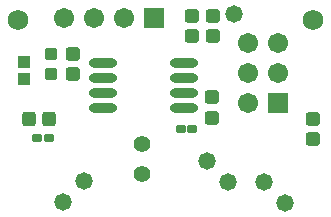
<source format=gts>
G04 Layer_Color=8388736*
%FSLAX24Y24*%
%MOIN*%
G70*
G01*
G75*
%ADD29R,0.0434X0.0395*%
G04:AMPARAMS|DCode=30|XSize=47.4mil|YSize=43.4mil|CornerRadius=8.4mil|HoleSize=0mil|Usage=FLASHONLY|Rotation=0.000|XOffset=0mil|YOffset=0mil|HoleType=Round|Shape=RoundedRectangle|*
%AMROUNDEDRECTD30*
21,1,0.0474,0.0266,0,0,0.0*
21,1,0.0305,0.0434,0,0,0.0*
1,1,0.0169,0.0153,-0.0133*
1,1,0.0169,-0.0153,-0.0133*
1,1,0.0169,-0.0153,0.0133*
1,1,0.0169,0.0153,0.0133*
%
%ADD30ROUNDEDRECTD30*%
G04:AMPARAMS|DCode=31|XSize=27.7mil|YSize=31.6mil|CornerRadius=6mil|HoleSize=0mil|Usage=FLASHONLY|Rotation=90.000|XOffset=0mil|YOffset=0mil|HoleType=Round|Shape=RoundedRectangle|*
%AMROUNDEDRECTD31*
21,1,0.0277,0.0197,0,0,90.0*
21,1,0.0157,0.0316,0,0,90.0*
1,1,0.0119,0.0098,0.0079*
1,1,0.0119,0.0098,-0.0079*
1,1,0.0119,-0.0098,-0.0079*
1,1,0.0119,-0.0098,0.0079*
%
%ADD31ROUNDEDRECTD31*%
G04:AMPARAMS|DCode=32|XSize=39.5mil|YSize=39.5mil|CornerRadius=7.9mil|HoleSize=0mil|Usage=FLASHONLY|Rotation=90.000|XOffset=0mil|YOffset=0mil|HoleType=Round|Shape=RoundedRectangle|*
%AMROUNDEDRECTD32*
21,1,0.0395,0.0236,0,0,90.0*
21,1,0.0236,0.0395,0,0,90.0*
1,1,0.0159,0.0118,0.0118*
1,1,0.0159,0.0118,-0.0118*
1,1,0.0159,-0.0118,-0.0118*
1,1,0.0159,-0.0118,0.0118*
%
%ADD32ROUNDEDRECTD32*%
G04:AMPARAMS|DCode=33|XSize=47.4mil|YSize=43.4mil|CornerRadius=8.4mil|HoleSize=0mil|Usage=FLASHONLY|Rotation=270.000|XOffset=0mil|YOffset=0mil|HoleType=Round|Shape=RoundedRectangle|*
%AMROUNDEDRECTD33*
21,1,0.0474,0.0266,0,0,270.0*
21,1,0.0305,0.0434,0,0,270.0*
1,1,0.0169,-0.0133,-0.0153*
1,1,0.0169,-0.0133,0.0153*
1,1,0.0169,0.0133,0.0153*
1,1,0.0169,0.0133,-0.0153*
%
%ADD33ROUNDEDRECTD33*%
%ADD34O,0.0946X0.0316*%
%ADD35C,0.0552*%
%ADD36C,0.0580*%
%ADD37C,0.0671*%
%ADD38R,0.0671X0.0671*%
%ADD39R,0.0671X0.0671*%
%ADD40C,0.0680*%
D29*
X1181Y4941D02*
D03*
Y5492D02*
D03*
D30*
X6791Y7028D02*
D03*
Y6358D02*
D03*
X7480Y7028D02*
D03*
Y6358D02*
D03*
X2805Y5748D02*
D03*
Y5079D02*
D03*
X10827Y3583D02*
D03*
Y2913D02*
D03*
X7431Y4309D02*
D03*
Y3640D02*
D03*
D31*
X6398Y3248D02*
D03*
X6791D02*
D03*
X1624Y2953D02*
D03*
X2018D02*
D03*
D32*
X2067Y5079D02*
D03*
Y5748D02*
D03*
D33*
X1339Y3593D02*
D03*
X2008D02*
D03*
D34*
X6506Y3974D02*
D03*
Y4474D02*
D03*
Y4974D02*
D03*
Y5474D02*
D03*
X3829Y3974D02*
D03*
Y4474D02*
D03*
Y4974D02*
D03*
Y5474D02*
D03*
D35*
X5118Y2756D02*
D03*
Y1772D02*
D03*
D36*
X2465Y828D02*
D03*
X3172Y1535D02*
D03*
X7265Y2183D02*
D03*
X7972Y1476D02*
D03*
X9176Y1495D02*
D03*
X9883Y787D02*
D03*
X8169Y7087D02*
D03*
D37*
X2512Y6959D02*
D03*
X3512D02*
D03*
X4512D02*
D03*
X8646Y6134D02*
D03*
X9646D02*
D03*
X8646Y5134D02*
D03*
X9646D02*
D03*
X8646Y4134D02*
D03*
D38*
X5512Y6959D02*
D03*
D39*
X9646Y4134D02*
D03*
D40*
X10827Y6890D02*
D03*
X984D02*
D03*
M02*

</source>
